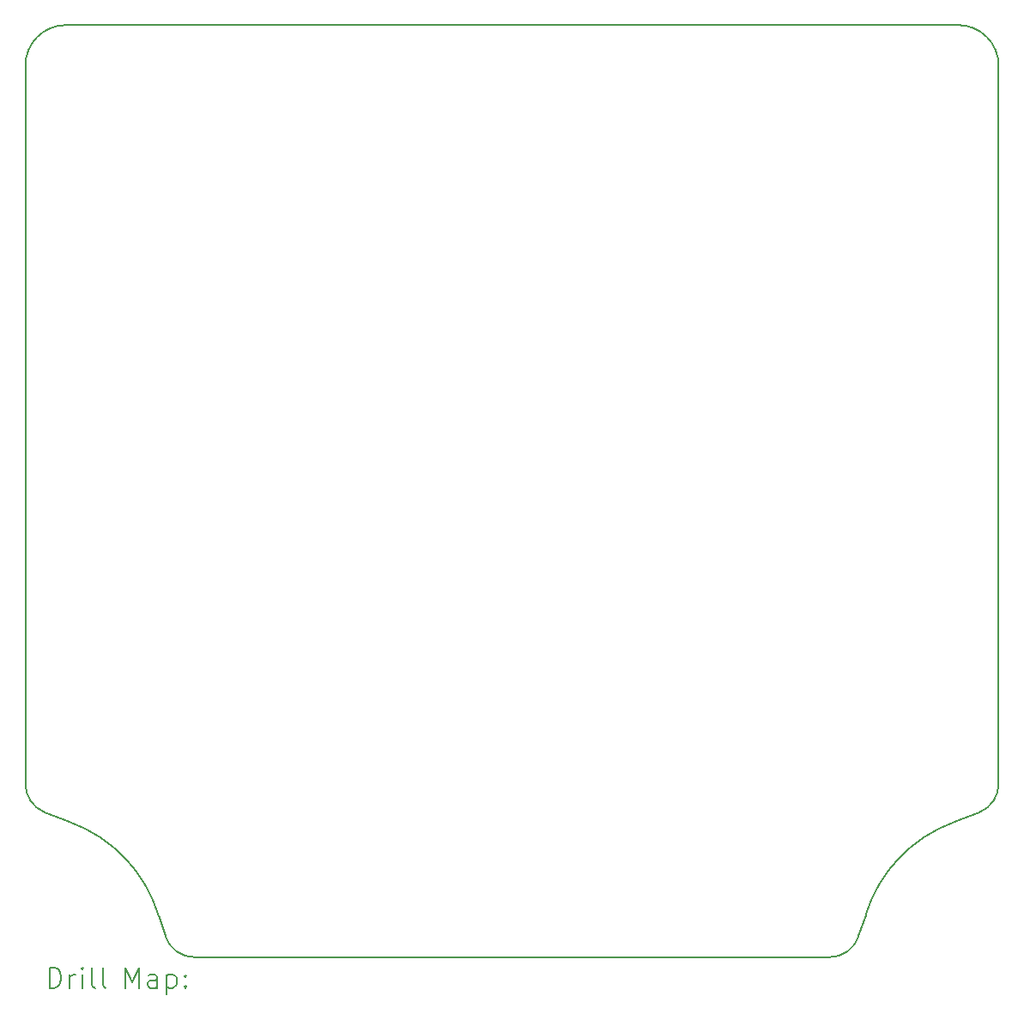
<source format=gbr>
%TF.GenerationSoftware,KiCad,Pcbnew,(6.99.0-3810-gd26b59a0bf)*%
%TF.CreationDate,2022-11-09T12:37:44+00:00*%
%TF.ProjectId,roller-shutter-controller,726f6c6c-6572-42d7-9368-75747465722d,-*%
%TF.SameCoordinates,Original*%
%TF.FileFunction,Drillmap*%
%TF.FilePolarity,Positive*%
%FSLAX45Y45*%
G04 Gerber Fmt 4.5, Leading zero omitted, Abs format (unit mm)*
G04 Created by KiCad (PCBNEW (6.99.0-3810-gd26b59a0bf)) date 2022-11-09 12:37:44*
%MOMM*%
%LPD*%
G01*
G04 APERTURE LIST*
%ADD10C,0.200000*%
G04 APERTURE END LIST*
D10*
X19890792Y-5905188D02*
G75*
G03*
X19490788Y-5505188I-400002J-2D01*
G01*
X10728718Y-13371518D02*
X10481818Y-13275258D01*
X18224578Y-14705187D02*
G75*
G03*
X18509391Y-14499431I2J299998D01*
G01*
X19452874Y-13371515D02*
G75*
G03*
X18579133Y-14288664I481706J-1333675D01*
G01*
X11672209Y-14499430D02*
G75*
G03*
X11957018Y-14705188I284811J94240D01*
G01*
X18579138Y-14288668D02*
X18509398Y-14499428D01*
X19452868Y-13371518D02*
X19699768Y-13275258D01*
X11957018Y-14705188D02*
X18224578Y-14705188D01*
X10690818Y-5505188D02*
G75*
G03*
X10290818Y-5905188I2J-400002D01*
G01*
X19699764Y-13275256D02*
G75*
G03*
X19890788Y-12995748I-108974J279506D01*
G01*
X11602418Y-14288668D02*
X11672218Y-14499428D01*
X10290818Y-12995748D02*
G75*
G03*
X10481818Y-13275258I299990J-19D01*
G01*
X11602418Y-14288668D02*
G75*
G03*
X10728722Y-13371514I-1355420J-416470D01*
G01*
X10690818Y-5505188D02*
X19490788Y-5505188D01*
X19890788Y-5905188D02*
X19890788Y-12995748D01*
X10290818Y-5905188D02*
X10290818Y-12995748D01*
X10528437Y-15008664D02*
X10528437Y-14808664D01*
X10528437Y-14808664D02*
X10576056Y-14808664D01*
X10576056Y-14808664D02*
X10604628Y-14818188D01*
X10604628Y-14818188D02*
X10623675Y-14837235D01*
X10623675Y-14837235D02*
X10633199Y-14856283D01*
X10633199Y-14856283D02*
X10642723Y-14894378D01*
X10642723Y-14894378D02*
X10642723Y-14922950D01*
X10642723Y-14922950D02*
X10633199Y-14961045D01*
X10633199Y-14961045D02*
X10623675Y-14980092D01*
X10623675Y-14980092D02*
X10604628Y-14999140D01*
X10604628Y-14999140D02*
X10576056Y-15008664D01*
X10576056Y-15008664D02*
X10528437Y-15008664D01*
X10728437Y-15008664D02*
X10728437Y-14875331D01*
X10728437Y-14913426D02*
X10737961Y-14894378D01*
X10737961Y-14894378D02*
X10747485Y-14884854D01*
X10747485Y-14884854D02*
X10766532Y-14875331D01*
X10766532Y-14875331D02*
X10785580Y-14875331D01*
X10852247Y-15008664D02*
X10852247Y-14875331D01*
X10852247Y-14808664D02*
X10842723Y-14818188D01*
X10842723Y-14818188D02*
X10852247Y-14827712D01*
X10852247Y-14827712D02*
X10861771Y-14818188D01*
X10861771Y-14818188D02*
X10852247Y-14808664D01*
X10852247Y-14808664D02*
X10852247Y-14827712D01*
X10976056Y-15008664D02*
X10957009Y-14999140D01*
X10957009Y-14999140D02*
X10947485Y-14980092D01*
X10947485Y-14980092D02*
X10947485Y-14808664D01*
X11080818Y-15008664D02*
X11061771Y-14999140D01*
X11061771Y-14999140D02*
X11052247Y-14980092D01*
X11052247Y-14980092D02*
X11052247Y-14808664D01*
X11277009Y-15008664D02*
X11277009Y-14808664D01*
X11277009Y-14808664D02*
X11343675Y-14951521D01*
X11343675Y-14951521D02*
X11410342Y-14808664D01*
X11410342Y-14808664D02*
X11410342Y-15008664D01*
X11591294Y-15008664D02*
X11591294Y-14903902D01*
X11591294Y-14903902D02*
X11581770Y-14884854D01*
X11581770Y-14884854D02*
X11562723Y-14875331D01*
X11562723Y-14875331D02*
X11524628Y-14875331D01*
X11524628Y-14875331D02*
X11505580Y-14884854D01*
X11591294Y-14999140D02*
X11572247Y-15008664D01*
X11572247Y-15008664D02*
X11524628Y-15008664D01*
X11524628Y-15008664D02*
X11505580Y-14999140D01*
X11505580Y-14999140D02*
X11496056Y-14980092D01*
X11496056Y-14980092D02*
X11496056Y-14961045D01*
X11496056Y-14961045D02*
X11505580Y-14941997D01*
X11505580Y-14941997D02*
X11524628Y-14932473D01*
X11524628Y-14932473D02*
X11572247Y-14932473D01*
X11572247Y-14932473D02*
X11591294Y-14922950D01*
X11686532Y-14875331D02*
X11686532Y-15075331D01*
X11686532Y-14884854D02*
X11705580Y-14875331D01*
X11705580Y-14875331D02*
X11743675Y-14875331D01*
X11743675Y-14875331D02*
X11762723Y-14884854D01*
X11762723Y-14884854D02*
X11772247Y-14894378D01*
X11772247Y-14894378D02*
X11781770Y-14913426D01*
X11781770Y-14913426D02*
X11781770Y-14970569D01*
X11781770Y-14970569D02*
X11772247Y-14989616D01*
X11772247Y-14989616D02*
X11762723Y-14999140D01*
X11762723Y-14999140D02*
X11743675Y-15008664D01*
X11743675Y-15008664D02*
X11705580Y-15008664D01*
X11705580Y-15008664D02*
X11686532Y-14999140D01*
X11867485Y-14989616D02*
X11877009Y-14999140D01*
X11877009Y-14999140D02*
X11867485Y-15008664D01*
X11867485Y-15008664D02*
X11857961Y-14999140D01*
X11857961Y-14999140D02*
X11867485Y-14989616D01*
X11867485Y-14989616D02*
X11867485Y-15008664D01*
X11867485Y-14884854D02*
X11877009Y-14894378D01*
X11877009Y-14894378D02*
X11867485Y-14903902D01*
X11867485Y-14903902D02*
X11857961Y-14894378D01*
X11857961Y-14894378D02*
X11867485Y-14884854D01*
X11867485Y-14884854D02*
X11867485Y-14903902D01*
M02*

</source>
